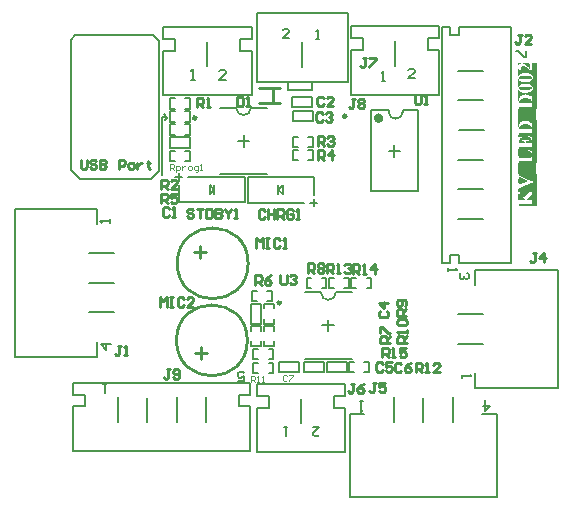
<source format=gto>
G04*
G04 #@! TF.GenerationSoftware,Altium Limited,Altium Designer,21.0.8 (223)*
G04*
G04 Layer_Color=65535*
%FSLAX25Y25*%
%MOIN*%
G70*
G04*
G04 #@! TF.SameCoordinates,8682EA25-DCF7-411F-8805-334446643B85*
G04*
G04*
G04 #@! TF.FilePolarity,Positive*
G04*
G01*
G75*
%ADD10C,0.00787*%
%ADD11C,0.01181*%
%ADD12C,0.01575*%
%ADD13C,0.00591*%
%ADD14C,0.01000*%
%ADD15C,0.00700*%
%ADD16C,0.00800*%
%ADD17C,0.00500*%
%ADD18C,0.00394*%
G36*
X154665Y132342D02*
X153305Y132603D01*
D01*
Y132480D01*
X153390Y132434D01*
X153459Y132396D01*
X153513Y132365D01*
X153559Y132334D01*
X153590Y132311D01*
X153613Y132296D01*
X153620Y132281D01*
X153628D01*
X153674Y132219D01*
X153705Y132165D01*
X153720Y132119D01*
X153728Y132104D01*
Y132096D01*
X153735Y132042D01*
X153743Y131973D01*
X153751Y131896D01*
Y131812D01*
X153759Y131735D01*
Y130591D01*
X153551Y130806D01*
X153351Y130998D01*
X153167Y131175D01*
X152998Y131328D01*
X152837Y131474D01*
X152691Y131597D01*
X152553Y131704D01*
X152438Y131804D01*
X152330Y131881D01*
X152230Y131950D01*
X152153Y132012D01*
X152084Y132050D01*
X152038Y132088D01*
X152000Y132112D01*
X151977Y132119D01*
X151969Y132127D01*
X151793Y132211D01*
X151623Y132281D01*
X151462Y132326D01*
X151324Y132357D01*
X151201Y132373D01*
X151155Y132380D01*
X151109Y132388D01*
X151078D01*
X151055D01*
X151040D01*
X151032D01*
X150932Y132380D01*
X150840Y132365D01*
X150748Y132334D01*
X150671Y132304D01*
X150594Y132273D01*
X150541Y132242D01*
X150510Y132227D01*
X150495Y132219D01*
X150387Y132150D01*
X150303Y132073D01*
X150218Y131996D01*
X150157Y131920D01*
X150103Y131858D01*
X150065Y131797D01*
X150041Y131766D01*
X150034Y131751D01*
X149980Y131643D01*
X149934Y131528D01*
X149903Y131420D01*
X149888Y131321D01*
X149873Y131236D01*
X149865Y131167D01*
Y132603D01*
D01*
D01*
X154665D01*
D01*
Y132342D01*
D02*
G37*
G36*
X156201Y84941D02*
X154665D01*
D01*
Y90355D01*
Y90378D01*
X154542D01*
X154534Y90302D01*
X154526Y90232D01*
X154511Y90163D01*
X154488Y90102D01*
X154465Y90056D01*
X154450Y90017D01*
X154442Y89994D01*
X154434Y89987D01*
X154365Y89887D01*
X154273Y89787D01*
X154181Y89687D01*
X154081Y89595D01*
X153989Y89511D01*
X153912Y89449D01*
X153881Y89418D01*
X153858Y89403D01*
X153851Y89395D01*
X153843Y89388D01*
X151769Y87736D01*
X150656Y89111D01*
X150579Y89203D01*
X150518Y89288D01*
X150456Y89357D01*
X150402Y89426D01*
X150318Y89541D01*
X150257Y89626D01*
X150218Y89687D01*
X150187Y89726D01*
X150172Y89749D01*
Y89756D01*
X150149Y89818D01*
X150126Y89879D01*
X150103Y90010D01*
X150087Y90064D01*
Y90110D01*
X150080Y90140D01*
Y90148D01*
X149957D01*
Y88313D01*
X150080D01*
X150087Y88420D01*
X150095Y88504D01*
X150103Y88566D01*
X150110Y88620D01*
X150118Y88658D01*
X150126Y88681D01*
X150134Y88696D01*
X150164Y88743D01*
X150195Y88781D01*
X150233Y88804D01*
X150264Y88827D01*
X150295Y88835D01*
X150318Y88842D01*
X150333D01*
X150341D01*
X150379D01*
X150418Y88827D01*
X150495Y88789D01*
X150571Y88727D01*
X150648Y88666D01*
X150717Y88597D01*
X150771Y88535D01*
X150809Y88497D01*
X150825Y88489D01*
Y88481D01*
X152230Y86730D01*
X150763D01*
X150640D01*
X150541Y86738D01*
X150464Y86746D01*
X150402Y86753D01*
X150364D01*
X150333Y86761D01*
X150326Y86769D01*
X150318D01*
X150241Y86815D01*
X150195Y86861D01*
X150164Y86899D01*
X150157Y86915D01*
X150134Y86968D01*
X150110Y87022D01*
X150087Y87145D01*
X150080Y87191D01*
Y87276D01*
X149957D01*
Y84941D01*
X149865D01*
Y122535D01*
D01*
Y124048D01*
X149880Y123902D01*
X149911Y123763D01*
X149957Y123633D01*
X150003Y123518D01*
X150057Y123425D01*
X150103Y123349D01*
X150134Y123302D01*
X150149Y123295D01*
Y123287D01*
X150264Y123164D01*
X150395Y123049D01*
X150533Y122957D01*
X150663Y122880D01*
X150779Y122826D01*
X150832Y122803D01*
X150879Y122780D01*
X150909Y122765D01*
X150940Y122757D01*
X150955Y122750D01*
X150963D01*
X151209Y122680D01*
X151454Y122627D01*
X151693Y122588D01*
X151908Y122565D01*
X152007Y122550D01*
X152100D01*
X152176Y122542D01*
X152246Y122535D01*
X154765D01*
Y125576D01*
D01*
Y124048D01*
X154757Y124155D01*
X154742Y124263D01*
X154719Y124355D01*
X154695Y124439D01*
X154673Y124508D01*
X154649Y124554D01*
X154634Y124593D01*
X154626Y124601D01*
X154573Y124693D01*
X154511Y124777D01*
X154450Y124854D01*
X154388Y124923D01*
X154334Y124977D01*
X154288Y125015D01*
X154258Y125046D01*
X154250Y125054D01*
X154158Y125123D01*
X154050Y125192D01*
X153951Y125246D01*
X153851Y125292D01*
X153766Y125330D01*
X153697Y125353D01*
X153651Y125368D01*
X153643Y125376D01*
X153636D01*
X153405Y125445D01*
X153167Y125491D01*
X152945Y125530D01*
X152745Y125553D01*
X152653Y125560D01*
X152568Y125568D01*
X152499D01*
X152438Y125576D01*
X152315D01*
X152031Y125568D01*
X151769Y125537D01*
X151531Y125499D01*
X151424Y125476D01*
X151316Y125461D01*
X151232Y125438D01*
X151147Y125415D01*
X151078Y125391D01*
X151017Y125376D01*
X150963Y125361D01*
X150932Y125345D01*
X150909Y125338D01*
X150902D01*
X150733Y125269D01*
X150579Y125184D01*
X150456Y125100D01*
X150349Y125015D01*
X150264Y124938D01*
X150203Y124877D01*
X150164Y124831D01*
X150149Y124823D01*
Y124815D01*
X150057Y124685D01*
X149988Y124547D01*
X149934Y124416D01*
X149903Y124301D01*
X149880Y124201D01*
X149873Y124117D01*
X149865Y124086D01*
Y125576D01*
D01*
Y126090D01*
X150196D01*
X149865D01*
Y127603D01*
X149880Y127457D01*
X149911Y127319D01*
X149957Y127189D01*
X150003Y127073D01*
X150057Y126981D01*
X150103Y126904D01*
X150134Y126858D01*
X150149Y126851D01*
Y126843D01*
X150264Y126720D01*
X150395Y126605D01*
X150533Y126513D01*
X150663Y126436D01*
X150779Y126382D01*
X150832Y126359D01*
X150879Y126336D01*
X150909Y126321D01*
X150940Y126313D01*
X150955Y126305D01*
X150963D01*
X151209Y126236D01*
X151454Y126182D01*
X151693Y126144D01*
X151908Y126121D01*
X152007Y126106D01*
X152100D01*
X152176Y126098D01*
X152246Y126090D01*
X154765D01*
Y129132D01*
D01*
Y127603D01*
X154757Y127711D01*
X154742Y127818D01*
X154719Y127910D01*
X154695Y127995D01*
X154673Y128064D01*
X154649Y128110D01*
X154634Y128149D01*
X154626Y128156D01*
X154573Y128249D01*
X154511Y128333D01*
X154450Y128410D01*
X154388Y128479D01*
X154334Y128533D01*
X154288Y128571D01*
X154258Y128602D01*
X154250Y128609D01*
X154158Y128679D01*
X154050Y128748D01*
X153951Y128801D01*
X153851Y128848D01*
X153766Y128886D01*
X153697Y128909D01*
X153651Y128924D01*
X153643Y128932D01*
X153636D01*
X153405Y129001D01*
X153167Y129047D01*
X152945Y129086D01*
X152745Y129109D01*
X152653Y129116D01*
X152568Y129124D01*
X152499D01*
X152438Y129132D01*
X152315D01*
X152031Y129124D01*
X151769Y129093D01*
X151531Y129055D01*
X151424Y129032D01*
X151316Y129016D01*
X151232Y128993D01*
X151147Y128970D01*
X151078Y128947D01*
X151017Y128932D01*
X150963Y128917D01*
X150932Y128901D01*
X150909Y128894D01*
X150902D01*
X150733Y128824D01*
X150579Y128740D01*
X150456Y128656D01*
X150349Y128571D01*
X150264Y128494D01*
X150203Y128433D01*
X150164Y128387D01*
X150149Y128379D01*
Y128371D01*
X150057Y128241D01*
X149988Y128103D01*
X149934Y127972D01*
X149903Y127857D01*
X149880Y127757D01*
X149873Y127673D01*
X149865Y127642D01*
Y129132D01*
D01*
Y129569D01*
X151183D01*
X149865D01*
Y131105D01*
X149880Y130921D01*
X149919Y130752D01*
X149965Y130599D01*
X150026Y130468D01*
X150087Y130360D01*
X150134Y130284D01*
X150157Y130253D01*
X150172Y130230D01*
X150180Y130222D01*
X150187Y130215D01*
X150249Y130145D01*
X150326Y130084D01*
X150479Y129969D01*
X150640Y129869D01*
X150802Y129792D01*
X150948Y129731D01*
X151009Y129700D01*
X151063Y129685D01*
X151109Y129669D01*
X151140Y129654D01*
X151163Y129646D01*
X151170D01*
X151216Y129777D01*
X151124Y129838D01*
X151040Y129900D01*
X150971Y129961D01*
X150902Y130030D01*
X150856Y130099D01*
X150809Y130168D01*
X150771Y130238D01*
X150748Y130307D01*
X150710Y130422D01*
X150694Y130476D01*
X150687Y130522D01*
X150679Y130552D01*
Y130606D01*
X150687Y130721D01*
X150717Y130829D01*
X150756Y130929D01*
X150802Y131006D01*
X150848Y131075D01*
X150886Y131121D01*
X150917Y131151D01*
X150925Y131159D01*
X151017Y131236D01*
X151117Y131290D01*
X151224Y131336D01*
X151316Y131359D01*
X151401Y131374D01*
X151470Y131390D01*
X151516D01*
X151524D01*
X151531D01*
X151716Y131382D01*
X151900Y131351D01*
X152077Y131305D01*
X152230Y131259D01*
X152361Y131205D01*
X152415Y131182D01*
X152461Y131167D01*
X152499Y131144D01*
X152530Y131136D01*
X152545Y131121D01*
X152553D01*
X152660Y131059D01*
X152791Y130975D01*
X152937Y130875D01*
X153090Y130768D01*
X153259Y130645D01*
X153428Y130514D01*
X153766Y130245D01*
X153935Y130115D01*
X154089Y129992D01*
X154227Y129877D01*
X154350Y129777D01*
X154450Y129692D01*
X154526Y129623D01*
X154557Y129600D01*
X154580Y129585D01*
X154588Y129577D01*
X154596Y129569D01*
X154665D01*
Y132603D01*
X156201D01*
Y84941D01*
D02*
G37*
G36*
X153805Y128049D02*
X153951Y128033D01*
X154073Y128010D01*
X154173Y127987D01*
X154258Y127957D01*
X154319Y127926D01*
X154365Y127903D01*
X154396Y127887D01*
X154404Y127880D01*
X154442Y127841D01*
X154465Y127803D01*
X154496Y127719D01*
X154504Y127680D01*
X154511Y127649D01*
Y127619D01*
X154496Y127511D01*
X154473Y127427D01*
X154457Y127396D01*
X154450Y127373D01*
X154434Y127365D01*
Y127358D01*
X154396Y127319D01*
X154350Y127296D01*
X154235Y127250D01*
X154189Y127235D01*
X154143Y127219D01*
X154112Y127212D01*
X154104D01*
X154035Y127196D01*
X153951Y127189D01*
X153851Y127181D01*
X153751Y127173D01*
X153528Y127158D01*
X153305Y127150D01*
X153198D01*
X153090D01*
X152998Y127143D01*
X152921D01*
X152852D01*
X152806D01*
X152768D01*
X152760D01*
X152591D01*
X152430D01*
X152284D01*
X152138D01*
X152007D01*
X151877D01*
X151654Y127150D01*
X151447D01*
X151278Y127158D01*
X151124D01*
X151001Y127166D01*
X150894D01*
X150809D01*
X150748Y127173D01*
X150694D01*
X150656Y127181D01*
X150633D01*
X150617D01*
X150510Y127204D01*
X150418Y127227D01*
X150349Y127258D01*
X150287Y127288D01*
X150241Y127312D01*
X150210Y127334D01*
X150195Y127350D01*
X150187Y127358D01*
X150157Y127396D01*
X150141Y127434D01*
X150110Y127511D01*
Y127542D01*
X150103Y127573D01*
Y127596D01*
X150110Y127665D01*
X150118Y127726D01*
X150141Y127772D01*
X150157Y127811D01*
X150180Y127841D01*
X150203Y127865D01*
X150210Y127880D01*
X150218D01*
X150295Y127926D01*
X150395Y127964D01*
X150502Y127987D01*
X150610Y128010D01*
X150710Y128033D01*
X150794Y128041D01*
X150825D01*
X150848Y128049D01*
X150863D01*
X150871D01*
X150925D01*
X150994Y128057D01*
X151078D01*
X151186D01*
X151293D01*
X151416Y128064D01*
X151670D01*
X151793D01*
X151908D01*
X152015D01*
X152115D01*
X152192D01*
X152253D01*
X152292D01*
X152307D01*
X153805Y128049D01*
D02*
G37*
G36*
X154765Y126090D02*
X152376D01*
X152584Y126098D01*
X152783Y126113D01*
X152968Y126137D01*
X153137Y126167D01*
X153206Y126175D01*
X153275Y126190D01*
X153336Y126206D01*
X153382Y126213D01*
X153421Y126221D01*
X153451Y126229D01*
X153467Y126236D01*
X153474D01*
X153613Y126282D01*
X153735Y126329D01*
X153843Y126374D01*
X153935Y126413D01*
X154004Y126451D01*
X154050Y126482D01*
X154089Y126497D01*
X154096Y126505D01*
X154212Y126582D01*
X154312Y126666D01*
X154396Y126751D01*
X154465Y126828D01*
X154519Y126889D01*
X154565Y126943D01*
X154588Y126974D01*
X154596Y126989D01*
X154649Y127096D01*
X154695Y127204D01*
X154726Y127304D01*
X154742Y127404D01*
X154757Y127480D01*
X154765Y127550D01*
Y126090D01*
D02*
G37*
G36*
X153805Y124493D02*
X153951Y124478D01*
X154073Y124454D01*
X154173Y124432D01*
X154258Y124401D01*
X154319Y124370D01*
X154365Y124347D01*
X154396Y124332D01*
X154404Y124324D01*
X154442Y124286D01*
X154465Y124247D01*
X154496Y124163D01*
X154504Y124124D01*
X154511Y124094D01*
Y124063D01*
X154496Y123955D01*
X154473Y123871D01*
X154457Y123840D01*
X154450Y123817D01*
X154434Y123809D01*
Y123802D01*
X154396Y123763D01*
X154350Y123740D01*
X154235Y123694D01*
X154189Y123679D01*
X154143Y123663D01*
X154112Y123656D01*
X154104D01*
X154035Y123641D01*
X153951Y123633D01*
X153851Y123625D01*
X153751Y123617D01*
X153528Y123602D01*
X153305Y123594D01*
X153198D01*
X153090D01*
X152998Y123587D01*
X152921D01*
X152852D01*
X152806D01*
X152768D01*
X152760D01*
X152591D01*
X152430D01*
X152284D01*
X152138D01*
X152007D01*
X151877D01*
X151654Y123594D01*
X151447D01*
X151278Y123602D01*
X151124D01*
X151001Y123610D01*
X150894D01*
X150809D01*
X150748Y123617D01*
X150694D01*
X150656Y123625D01*
X150633D01*
X150617D01*
X150510Y123648D01*
X150418Y123671D01*
X150349Y123702D01*
X150287Y123733D01*
X150241Y123756D01*
X150210Y123779D01*
X150195Y123794D01*
X150187Y123802D01*
X150157Y123840D01*
X150141Y123879D01*
X150110Y123955D01*
Y123986D01*
X150103Y124017D01*
Y124040D01*
X150110Y124109D01*
X150118Y124170D01*
X150141Y124216D01*
X150157Y124255D01*
X150180Y124286D01*
X150203Y124309D01*
X150210Y124324D01*
X150218D01*
X150295Y124370D01*
X150395Y124408D01*
X150502Y124432D01*
X150610Y124454D01*
X150710Y124478D01*
X150794Y124485D01*
X150825D01*
X150848Y124493D01*
X150863D01*
X150871D01*
X150925D01*
X150994Y124501D01*
X151078D01*
X151186D01*
X151293D01*
X151416Y124508D01*
X151670D01*
X151793D01*
X151908D01*
X152015D01*
X152115D01*
X152192D01*
X152253D01*
X152292D01*
X152307D01*
X153805Y124493D01*
D02*
G37*
G36*
X154765Y122535D02*
X152376D01*
X152584Y122542D01*
X152783Y122558D01*
X152968Y122581D01*
X153137Y122611D01*
X153206Y122619D01*
X153275Y122634D01*
X153336Y122650D01*
X153382Y122657D01*
X153421Y122665D01*
X153451Y122673D01*
X153467Y122680D01*
X153474D01*
X153613Y122727D01*
X153735Y122773D01*
X153843Y122819D01*
X153935Y122857D01*
X154004Y122896D01*
X154050Y122926D01*
X154089Y122942D01*
X154096Y122949D01*
X154212Y123026D01*
X154312Y123110D01*
X154396Y123195D01*
X154465Y123272D01*
X154519Y123333D01*
X154565Y123387D01*
X154588Y123418D01*
X154596Y123433D01*
X154649Y123541D01*
X154695Y123648D01*
X154726Y123748D01*
X154742Y123848D01*
X154757Y123925D01*
X154765Y123994D01*
Y122535D01*
D02*
G37*
G36*
X154396Y88297D02*
X154434Y88274D01*
X154465Y88243D01*
X154473Y88236D01*
X154488Y88205D01*
X154504Y88159D01*
X154526Y88059D01*
X154534Y88013D01*
X154542Y87975D01*
Y87936D01*
X154665D01*
Y87306D01*
X154542D01*
Y87214D01*
X154534Y87137D01*
X154519Y87076D01*
X154511Y87022D01*
X154496Y86984D01*
X154488Y86953D01*
X154481Y86938D01*
Y86930D01*
X154427Y86853D01*
X154381Y86807D01*
X154342Y86777D01*
X154327Y86769D01*
X154281Y86753D01*
X154212Y86746D01*
X154135Y86738D01*
X154058D01*
X153981Y86730D01*
X153920D01*
X153874D01*
X153866D01*
X153858D01*
X152576D01*
X152438Y86907D01*
X153789Y87982D01*
X153928Y88090D01*
X154050Y88166D01*
X154143Y88228D01*
X154219Y88266D01*
X154273Y88289D01*
X154312Y88297D01*
X154334Y88305D01*
X154342D01*
X154396Y88297D01*
D02*
G37*
G36*
X154081Y85594D02*
X154158Y85586D01*
X154219D01*
X154258Y85578D01*
X154288Y85571D01*
X154296Y85563D01*
X154304D01*
X154381Y85525D01*
X154434Y85479D01*
X154465Y85440D01*
X154473Y85432D01*
Y85425D01*
X154496Y85379D01*
X154511Y85325D01*
X154534Y85217D01*
Y85164D01*
X154542Y85133D01*
Y84941D01*
X150080D01*
Y85164D01*
X150087Y85225D01*
X150103Y85279D01*
X150110Y85325D01*
X150126Y85363D01*
X150141Y85386D01*
X150149Y85402D01*
Y85409D01*
X150203Y85479D01*
X150257Y85532D01*
X150295Y85555D01*
X150303Y85563D01*
X150310D01*
X150356Y85578D01*
X150418Y85586D01*
X150495Y85594D01*
X150571D01*
X150640Y85601D01*
X150702D01*
X150748D01*
X150756D01*
X150763D01*
X153858D01*
X153981D01*
X154081Y85594D01*
D02*
G37*
%LPC*%
G36*
X154665Y121982D02*
D01*
Y119509D01*
X154657Y119639D01*
X154649Y119754D01*
X154642Y119847D01*
Y119916D01*
X154634Y119969D01*
X154626Y120000D01*
Y120008D01*
X154588Y120185D01*
X154550Y120338D01*
X154504Y120476D01*
X154465Y120599D01*
X154427Y120691D01*
X154396Y120761D01*
X154381Y120807D01*
X154373Y120822D01*
X154304Y120945D01*
X154235Y121052D01*
X154158Y121152D01*
X154089Y121237D01*
X154027Y121306D01*
X153981Y121360D01*
X153951Y121398D01*
X153935Y121406D01*
X153828Y121498D01*
X153712Y121574D01*
X153597Y121651D01*
X153482Y121705D01*
X153390Y121759D01*
X153313Y121790D01*
X153282Y121805D01*
X153259Y121813D01*
X153252Y121820D01*
X153244D01*
X153083Y121874D01*
X152921Y121913D01*
X152768Y121943D01*
X152630Y121958D01*
X152507Y121974D01*
X152453D01*
X152415Y121982D01*
X154665D01*
X152199D01*
X152069Y121966D01*
X151823Y121928D01*
X151608Y121874D01*
X151508Y121851D01*
X151416Y121820D01*
X151332Y121790D01*
X151255Y121759D01*
X151193Y121728D01*
X151140Y121705D01*
X151094Y121682D01*
X151063Y121667D01*
X151048Y121659D01*
X151040Y121651D01*
X150840Y121521D01*
X150663Y121367D01*
X150518Y121206D01*
X150402Y121052D01*
X150310Y120914D01*
X150272Y120853D01*
X150241Y120807D01*
X150218Y120761D01*
X150203Y120730D01*
X150187Y120707D01*
Y120699D01*
X150110Y120492D01*
X150057Y120269D01*
X150011Y120046D01*
X149988Y119831D01*
X149972Y119731D01*
Y119639D01*
X149965Y119555D01*
X149957Y119486D01*
Y117243D01*
X152311D01*
X150080D01*
Y117466D01*
X150087Y117527D01*
X150103Y117581D01*
X150110Y117619D01*
X150126Y117658D01*
X150141Y117681D01*
X150149Y117696D01*
Y117704D01*
X150172Y117750D01*
X150203Y117781D01*
X150257Y117834D01*
X150295Y117857D01*
X150303Y117865D01*
X150310D01*
X150356Y117880D01*
X150418Y117888D01*
X150495Y117896D01*
X150571D01*
X150640Y117903D01*
X150702D01*
X150748D01*
X150756D01*
X150763D01*
X153858D01*
X153981D01*
X154081Y117896D01*
X154158Y117888D01*
X154219D01*
X154258Y117880D01*
X154288Y117873D01*
X154296Y117865D01*
X154304D01*
X154381Y117819D01*
X154434Y117765D01*
X154465Y117719D01*
X154481Y117711D01*
Y117704D01*
X154504Y117658D01*
X154519Y117612D01*
X154534Y117512D01*
X154542Y117466D01*
Y117243D01*
X154665D01*
Y121982D01*
D02*
G37*
G36*
X156201Y117220D02*
X154665D01*
X155755D01*
Y113526D01*
X156201D01*
Y117220D01*
D02*
G37*
G36*
X154665Y113295D02*
D01*
Y110823D01*
X154657Y110953D01*
X154649Y111068D01*
X154642Y111161D01*
Y111230D01*
X154634Y111283D01*
X154626Y111314D01*
Y111322D01*
X154588Y111498D01*
X154550Y111652D01*
X154504Y111790D01*
X154465Y111913D01*
X154427Y112005D01*
X154396Y112074D01*
X154381Y112120D01*
X154373Y112136D01*
X154304Y112259D01*
X154235Y112366D01*
X154158Y112466D01*
X154089Y112550D01*
X154027Y112620D01*
X153981Y112673D01*
X153951Y112712D01*
X153935Y112720D01*
X153828Y112812D01*
X153712Y112889D01*
X153597Y112965D01*
X153482Y113019D01*
X153390Y113073D01*
X153313Y113103D01*
X153282Y113119D01*
X153259Y113127D01*
X153252Y113134D01*
X153244D01*
X153083Y113188D01*
X152921Y113226D01*
X152768Y113257D01*
X152630Y113273D01*
X152507Y113288D01*
X152453D01*
X152415Y113295D01*
X154665D01*
X152199D01*
X152069Y113280D01*
X151823Y113242D01*
X151608Y113188D01*
X151508Y113165D01*
X151416Y113134D01*
X151332Y113103D01*
X151255Y113073D01*
X151193Y113042D01*
X151140Y113019D01*
X151094Y112996D01*
X151063Y112981D01*
X151048Y112973D01*
X151040Y112965D01*
X150840Y112835D01*
X150663Y112681D01*
X150518Y112520D01*
X150402Y112366D01*
X150310Y112228D01*
X150272Y112167D01*
X150241Y112120D01*
X150218Y112074D01*
X150203Y112044D01*
X150187Y112021D01*
Y112013D01*
X150110Y111806D01*
X150057Y111583D01*
X150011Y111360D01*
X149988Y111145D01*
X149972Y111045D01*
Y110953D01*
X149965Y110869D01*
X149957Y110800D01*
Y108557D01*
X152311D01*
X150080D01*
Y108780D01*
X150087Y108841D01*
X150103Y108895D01*
X150110Y108933D01*
X150126Y108972D01*
X150141Y108995D01*
X150149Y109010D01*
Y109018D01*
X150172Y109064D01*
X150203Y109095D01*
X150257Y109148D01*
X150295Y109171D01*
X150303Y109179D01*
X150310D01*
X150356Y109194D01*
X150418Y109202D01*
X150495Y109210D01*
X150571D01*
X150640Y109217D01*
X150702D01*
X150748D01*
X150756D01*
X150763D01*
X153858D01*
X153981D01*
X154081Y109210D01*
X154158Y109202D01*
X154219D01*
X154258Y109194D01*
X154288Y109187D01*
X154296Y109179D01*
X154304D01*
X154381Y109133D01*
X154434Y109079D01*
X154465Y109033D01*
X154481Y109025D01*
Y109018D01*
X154504Y108972D01*
X154519Y108926D01*
X154534Y108826D01*
X154542Y108780D01*
Y108557D01*
X154665D01*
Y113295D01*
D02*
G37*
G36*
Y108142D02*
D01*
Y107927D01*
X153175Y108142D01*
Y108012D01*
X153390Y107935D01*
X153582Y107850D01*
X153743Y107750D01*
X153874Y107658D01*
X153974Y107574D01*
X154043Y107505D01*
X154089Y107451D01*
X154096Y107443D01*
X154104Y107436D01*
X154204Y107282D01*
X154281Y107105D01*
X154327Y106929D01*
X154365Y106760D01*
X154388Y106614D01*
X154396Y106553D01*
Y106491D01*
X154404Y106445D01*
Y106030D01*
X154396Y105969D01*
X154388Y105923D01*
X154373Y105877D01*
X154365Y105846D01*
X154358Y105823D01*
X154350Y105815D01*
Y105807D01*
X154304Y105746D01*
X154258Y105715D01*
X154227Y105692D01*
X154212Y105685D01*
X154166Y105677D01*
X154096Y105669D01*
X154020Y105662D01*
X153935D01*
X153858Y105654D01*
X153797D01*
X153751D01*
X153743D01*
X153735D01*
X152407D01*
Y105777D01*
X152422Y105877D01*
X152438Y105969D01*
X152453Y106038D01*
X152468Y106092D01*
X152484Y106138D01*
X152491Y106161D01*
X152499Y106168D01*
X152537Y106230D01*
X152591Y106291D01*
X152645Y106345D01*
X152706Y106391D01*
X152760Y106422D01*
X152799Y106453D01*
X152829Y106468D01*
X152845Y106476D01*
X152945Y106522D01*
X153052Y106560D01*
X153159Y106599D01*
X153267Y106622D01*
X153359Y106637D01*
X153428Y106652D01*
X153459D01*
X153482Y106660D01*
X153490D01*
X153497D01*
Y106791D01*
X151032D01*
Y106660D01*
X151224Y106629D01*
X151393Y106591D01*
X151539Y106545D01*
X151654Y106506D01*
X151746Y106460D01*
X151815Y106422D01*
X151854Y106399D01*
X151869Y106391D01*
X151961Y106307D01*
X152031Y106207D01*
X152077Y106099D01*
X152107Y105992D01*
X152130Y105900D01*
X152138Y105823D01*
X152146Y105792D01*
Y105654D01*
X150226D01*
Y106330D01*
X150233Y106483D01*
X150249Y106606D01*
X150257Y106706D01*
X150272Y106775D01*
X150287Y106829D01*
X150295Y106860D01*
Y106867D01*
X150341Y106990D01*
X150387Y107090D01*
X150441Y107182D01*
X150495Y107251D01*
X150541Y107305D01*
X150579Y107351D01*
X150610Y107374D01*
X150617Y107382D01*
X150710Y107451D01*
X150825Y107505D01*
X150948Y107559D01*
X151063Y107597D01*
X151178Y107628D01*
X151263Y107651D01*
X151301Y107666D01*
X151324D01*
X151339Y107674D01*
X151347D01*
Y107804D01*
X149957D01*
Y103865D01*
X152311D01*
X150080D01*
Y104018D01*
X150087Y104095D01*
X150095Y104172D01*
X150110Y104233D01*
X150126Y104279D01*
X150149Y104325D01*
X150164Y104356D01*
X150172Y104371D01*
X150180Y104379D01*
X150241Y104440D01*
X150303Y104479D01*
X150349Y104494D01*
X150364Y104502D01*
X150372D01*
X150410Y104510D01*
X150464Y104517D01*
X150525D01*
X150594Y104525D01*
X150656D01*
X150710D01*
X150748D01*
X150763D01*
X153858D01*
X153981D01*
X154081Y104517D01*
X154158Y104510D01*
X154219D01*
X154258Y104502D01*
X154288Y104494D01*
X154296Y104487D01*
X154304D01*
X154381Y104440D01*
X154434Y104394D01*
X154465Y104364D01*
X154473Y104356D01*
Y104348D01*
X154511Y104241D01*
X154534Y104133D01*
Y104087D01*
X154542Y104049D01*
Y103865D01*
X154665D01*
Y108142D01*
D02*
G37*
G36*
Y103473D02*
D01*
Y103296D01*
X153014Y103473D01*
D01*
Y103327D01*
X153213Y103265D01*
X153382Y103204D01*
X153528Y103143D01*
X153643Y103089D01*
X153735Y103043D01*
X153805Y103004D01*
X153843Y102981D01*
X153858Y102974D01*
X153958Y102904D01*
X154043Y102835D01*
X154112Y102759D01*
X154173Y102689D01*
X154219Y102636D01*
X154250Y102590D01*
X154265Y102551D01*
X154273Y102543D01*
X154319Y102444D01*
X154350Y102344D01*
X154373Y102244D01*
X154388Y102144D01*
X154396Y102060D01*
X154404Y101990D01*
Y101422D01*
X154396Y101330D01*
Y101253D01*
X154388Y101199D01*
X154381Y101161D01*
Y101130D01*
X154373Y101123D01*
Y101115D01*
X154350Y101077D01*
X154327Y101038D01*
X154281Y100992D01*
X154242Y100961D01*
X154235Y100954D01*
X154227D01*
X154181Y100938D01*
X154112Y100931D01*
X154035Y100923D01*
X153958D01*
X153889Y100915D01*
X153828D01*
X153782D01*
X153766D01*
X150763D01*
X150640D01*
X150548Y100923D01*
X150471D01*
X150410Y100931D01*
X150372Y100938D01*
X150341D01*
X150333Y100946D01*
X150326D01*
X150249Y100992D01*
X150195Y101038D01*
X150164Y101077D01*
X150157Y101092D01*
X150134Y101138D01*
X150110Y101199D01*
X150087Y101307D01*
X150080Y101353D01*
Y101630D01*
X149957D01*
Y99126D01*
X152311D01*
X150080D01*
Y99349D01*
X150087Y99410D01*
X150103Y99464D01*
X150110Y99502D01*
X150126Y99541D01*
X150141Y99564D01*
X150149Y99579D01*
Y99587D01*
X150172Y99633D01*
X150203Y99664D01*
X150257Y99717D01*
X150295Y99740D01*
X150303Y99748D01*
X150310D01*
X150356Y99763D01*
X150418Y99771D01*
X150495Y99779D01*
X150571D01*
X150640Y99786D01*
X150702D01*
X150748D01*
X150756D01*
X150763D01*
X153858D01*
X153981D01*
X154081Y99779D01*
X154158Y99771D01*
X154219D01*
X154258Y99763D01*
X154288Y99756D01*
X154296Y99748D01*
X154304D01*
X154381Y99702D01*
X154434Y99656D01*
X154465Y99625D01*
X154473Y99617D01*
Y99610D01*
X154511Y99502D01*
X154534Y99395D01*
Y99349D01*
X154542Y99310D01*
Y99126D01*
X154665D01*
Y103473D01*
D02*
G37*
G36*
X156201Y99057D02*
X154665D01*
X155755D01*
Y95363D01*
X156201D01*
Y99057D01*
D02*
G37*
G36*
X154772Y95355D02*
D01*
Y92844D01*
X151178Y94464D01*
X151063Y94518D01*
X150955Y94564D01*
X150863Y94610D01*
X150779Y94648D01*
X150702Y94687D01*
X150633Y94725D01*
X150579Y94756D01*
X150525Y94787D01*
X150449Y94833D01*
X150395Y94863D01*
X150364Y94886D01*
X150356Y94894D01*
X150279Y94971D01*
X150218Y95048D01*
X150164Y95125D01*
X150134Y95201D01*
X150103Y95263D01*
X150087Y95309D01*
X150080Y95347D01*
Y95355D01*
X149957D01*
Y93811D01*
X150080D01*
Y93896D01*
X150087Y93980D01*
X150095Y94049D01*
X150110Y94103D01*
X150118Y94149D01*
X150134Y94180D01*
X150141Y94203D01*
Y94211D01*
X150180Y94280D01*
X150226Y94334D01*
X150257Y94364D01*
X150264Y94372D01*
X150272D01*
X150333Y94403D01*
X150387Y94418D01*
X150433Y94426D01*
X150441D01*
X150449D01*
X150525Y94418D01*
X150594Y94410D01*
X150625Y94403D01*
X150648Y94395D01*
X150663Y94387D01*
X150671D01*
X150733Y94364D01*
X150802Y94341D01*
X150886Y94303D01*
X150971Y94272D01*
X151055Y94234D01*
X151117Y94211D01*
X151163Y94188D01*
X151170Y94180D01*
X151178D01*
X153267Y93258D01*
X150925Y92252D01*
X150794Y92199D01*
X150694Y92153D01*
X150610Y92122D01*
X150556Y92099D01*
X150510Y92076D01*
X150479Y92068D01*
X150471Y92060D01*
X150464D01*
X150402Y92045D01*
X150356Y92037D01*
X150326D01*
X150318D01*
X150249Y92053D01*
X150203Y92076D01*
X150172Y92099D01*
X150164Y92114D01*
X150134Y92168D01*
X150118Y92229D01*
X150087Y92368D01*
Y92437D01*
X150080Y92490D01*
Y92613D01*
X149957D01*
Y90355D01*
X150080D01*
X150095Y90447D01*
X150118Y90524D01*
X150149Y90593D01*
X150172Y90640D01*
X150203Y90678D01*
X150218Y90701D01*
X150233Y90716D01*
X150241Y90724D01*
X150272Y90747D01*
X150310Y90770D01*
X150356Y90801D01*
X150410Y90824D01*
X150541Y90893D01*
X150679Y90954D01*
X150809Y91016D01*
X150871Y91047D01*
X150925Y91070D01*
X150971Y91085D01*
X151001Y91100D01*
X151024Y91116D01*
X151032D01*
X154772Y92721D01*
Y90701D01*
Y95355D01*
D02*
G37*
%LPD*%
G36*
X152553Y120722D02*
X152745Y120714D01*
X152921Y120691D01*
X153083Y120661D01*
X153236Y120630D01*
X153367Y120599D01*
X153490Y120561D01*
X153605Y120522D01*
X153697Y120476D01*
X153782Y120438D01*
X153851Y120407D01*
X153912Y120377D01*
X153958Y120346D01*
X153989Y120323D01*
X154004Y120315D01*
X154012Y120307D01*
X154081Y120246D01*
X154143Y120185D01*
X154196Y120115D01*
X154235Y120039D01*
X154312Y119893D01*
X154358Y119754D01*
X154381Y119624D01*
X154388Y119570D01*
X154396Y119516D01*
X154404Y119478D01*
Y119363D01*
X154396Y119309D01*
X154388Y119263D01*
X154381Y119217D01*
X154373Y119186D01*
X154365Y119163D01*
X154358Y119155D01*
Y119148D01*
X154327Y119109D01*
X154296Y119079D01*
X154265Y119063D01*
X154258Y119055D01*
X154219Y119048D01*
X154173Y119040D01*
X154112D01*
X154050Y119033D01*
X153989D01*
X153943D01*
X153912D01*
X153897D01*
X150218D01*
X150226Y119232D01*
X150233Y119409D01*
X150249Y119547D01*
X150272Y119662D01*
X150295Y119754D01*
X150310Y119816D01*
X150318Y119847D01*
X150326Y119862D01*
X150395Y119985D01*
X150479Y120100D01*
X150571Y120200D01*
X150671Y120284D01*
X150763Y120346D01*
X150832Y120399D01*
X150863Y120415D01*
X150886Y120430D01*
X150894Y120438D01*
X150902D01*
X151009Y120492D01*
X151117Y120538D01*
X151355Y120607D01*
X151601Y120661D01*
X151831Y120691D01*
X151938Y120707D01*
X152038Y120714D01*
X152123Y120722D01*
X152199D01*
X152269Y120730D01*
X152315D01*
X152345D01*
X152353D01*
X152553Y120722D01*
D02*
G37*
G36*
Y112036D02*
X152745Y112028D01*
X152921Y112005D01*
X153083Y111975D01*
X153236Y111944D01*
X153367Y111913D01*
X153490Y111875D01*
X153605Y111836D01*
X153697Y111790D01*
X153782Y111752D01*
X153851Y111721D01*
X153912Y111690D01*
X153958Y111660D01*
X153989Y111637D01*
X154004Y111629D01*
X154012Y111621D01*
X154081Y111560D01*
X154143Y111498D01*
X154196Y111429D01*
X154235Y111353D01*
X154312Y111206D01*
X154358Y111068D01*
X154381Y110938D01*
X154388Y110884D01*
X154396Y110830D01*
X154404Y110792D01*
Y110677D01*
X154396Y110623D01*
X154388Y110577D01*
X154381Y110531D01*
X154373Y110500D01*
X154365Y110477D01*
X154358Y110469D01*
Y110462D01*
X154327Y110423D01*
X154296Y110392D01*
X154265Y110377D01*
X154258Y110369D01*
X154219Y110362D01*
X154173Y110354D01*
X154112D01*
X154050Y110346D01*
X153989D01*
X153943D01*
X153912D01*
X153897D01*
X150218D01*
X150226Y110546D01*
X150233Y110723D01*
X150249Y110861D01*
X150272Y110976D01*
X150295Y111068D01*
X150310Y111130D01*
X150318Y111161D01*
X150326Y111176D01*
X150395Y111299D01*
X150479Y111414D01*
X150571Y111514D01*
X150671Y111598D01*
X150763Y111660D01*
X150832Y111713D01*
X150863Y111729D01*
X150886Y111744D01*
X150894Y111752D01*
X150902D01*
X151009Y111806D01*
X151117Y111852D01*
X151355Y111921D01*
X151601Y111975D01*
X151831Y112005D01*
X151938Y112021D01*
X152038Y112028D01*
X152123Y112036D01*
X152199D01*
X152269Y112044D01*
X152315D01*
X152345D01*
X152353D01*
X152553Y112036D01*
D02*
G37*
D10*
X55866Y117618D02*
G03*
X60866Y117618I2500J0D01*
G01*
X84114Y56004D02*
G03*
X89114Y56004I2500J0D01*
G01*
X147441Y65847D02*
Y144587D01*
X124606Y65847D02*
Y144587D01*
X130306Y65847D02*
X147489D01*
X124654D02*
X127206D01*
Y66010D02*
Y68510D01*
X130306D01*
Y65847D02*
Y68510D01*
Y144587D02*
X147441D01*
X124606D02*
X127206D01*
Y141929D02*
Y144587D01*
Y141929D02*
X130306D01*
Y144587D01*
X31939Y115305D02*
X32972Y114272D01*
X32776Y114173D02*
Y114370D01*
X32087Y113484D02*
X32776Y114173D01*
X31201Y114370D02*
X32776D01*
X31201Y95276D02*
Y114370D01*
X94095Y136811D02*
X98032D01*
Y140748D01*
X94095D02*
X98032D01*
X94095D02*
Y144685D01*
Y121850D02*
Y136811D01*
X123622Y121850D02*
Y136811D01*
Y140748D02*
Y144685D01*
X119685Y140748D02*
X123622D01*
X119685Y136811D02*
Y140748D01*
Y136811D02*
X123622D01*
X94095Y121850D02*
X123622D01*
X94095Y144685D02*
X123622D01*
X2298Y141778D02*
X28282D01*
X723Y140203D02*
X2298Y141778D01*
X723Y96896D02*
Y140203D01*
X28282Y141778D02*
X30251Y139809D01*
Y96502D02*
Y139809D01*
X723Y96896D02*
X3873Y93746D01*
X27495D01*
X30251Y96502D01*
X56398Y106595D02*
X60335D01*
X58366Y104626D02*
Y108563D01*
X50492Y117618D02*
X55866D01*
X50492Y95571D02*
X66240D01*
X60866Y117618D02*
X66240D01*
X59744Y94390D02*
X81791D01*
X59744Y85925D02*
X78642D01*
X59744D02*
Y94390D01*
X81791Y88484D02*
Y94390D01*
X80512Y85827D02*
X82972D01*
X81791Y84744D02*
Y87205D01*
X36713Y86024D02*
X58760D01*
X39862Y94488D02*
X58760D01*
Y86024D02*
Y94488D01*
X36713Y86024D02*
Y91929D01*
X35531Y94587D02*
X37992D01*
X36713Y93209D02*
Y95669D01*
X31496Y136614D02*
X35433D01*
Y140551D01*
X31496D02*
X35433D01*
X31496D02*
Y144488D01*
Y121653D02*
Y136614D01*
X61024Y121653D02*
Y136614D01*
Y140551D02*
Y144488D01*
X57087Y140551D02*
X61024D01*
X57087Y136614D02*
Y140551D01*
Y136614D02*
X61024D01*
X31496Y121653D02*
X61024D01*
X31496Y144488D02*
X61024D01*
X62795Y25492D02*
X92323D01*
X62795Y2657D02*
X92323D01*
X88386Y17618D02*
X92323D01*
X88386D02*
Y21555D01*
X92323D01*
Y25492D01*
Y2657D02*
Y17618D01*
X62795Y2657D02*
Y17618D01*
Y21555D02*
Y25492D01*
Y21555D02*
X66732D01*
Y17618D02*
Y21555D01*
X62795Y17618D02*
X66732D01*
X89114Y56004D02*
X94488D01*
X78740Y33957D02*
X94488D01*
X78740Y56004D02*
X84114D01*
X86614Y43012D02*
Y46949D01*
X84646Y44980D02*
X88583D01*
X62795Y125984D02*
Y149213D01*
X93110D01*
Y125984D02*
Y149213D01*
X62795Y125984D02*
X93110D01*
X73032Y123406D02*
X81299D01*
X73032D02*
Y125787D01*
X81299Y123406D02*
Y125787D01*
X106693Y103248D02*
X110630D01*
X108661Y101279D02*
Y105217D01*
X1575Y25886D02*
X60630D01*
X1575Y3051D02*
X60630D01*
X1575Y3003D02*
Y18012D01*
Y21949D02*
Y25838D01*
Y21949D02*
X5512D01*
Y18012D02*
Y21949D01*
X1575Y18012D02*
X5512D01*
X60630Y2986D02*
Y18012D01*
Y21947D02*
Y25820D01*
X56693Y21947D02*
X60630D01*
X56693Y18012D02*
Y21947D01*
Y18012D02*
X60630D01*
D11*
X42421Y114173D02*
G03*
X42421Y114173I-394J0D01*
G01*
X70669Y52559D02*
G03*
X70669Y52559I-394J0D01*
G01*
X92455Y114742D02*
G03*
X92455Y114742I-394J0D01*
G01*
D12*
X104149Y114042D02*
G03*
X104149Y114042I-787J0D01*
G01*
D13*
X106732Y116240D02*
G03*
X111417Y116240I2343J0D01*
G01*
X6927Y49311D02*
X15194D01*
X6827Y59153D02*
X15094D01*
X6927Y68996D02*
X15194D01*
X-17992Y34547D02*
Y83760D01*
Y34547D02*
X9567D01*
X-17992Y83760D02*
X9567D01*
Y34547D02*
Y39469D01*
Y78839D02*
Y83760D01*
X129787Y129823D02*
X138055D01*
X129787Y119980D02*
X138055D01*
X130181Y110138D02*
X138449D01*
X129787Y100295D02*
X138055D01*
X129787Y90453D02*
X138055D01*
X129787Y80610D02*
X138055D01*
X108858Y131533D02*
Y139801D01*
X46260Y131336D02*
Y139604D01*
X135512Y63484D02*
X163071D01*
X135512Y58563D02*
Y63484D01*
Y24114D02*
Y29035D01*
Y24114D02*
X163071D01*
Y63484D01*
X129884Y38878D02*
X138152D01*
X129984Y48720D02*
X138252D01*
X128150Y12734D02*
Y21002D01*
X118307Y12634D02*
Y20902D01*
X108465Y12734D02*
Y21002D01*
X93701Y-12185D02*
X142913D01*
Y15374D01*
X93701Y-12185D02*
Y15374D01*
X137992D02*
X142913D01*
X93701D02*
X98622D01*
X77559Y12340D02*
Y20608D01*
X77953Y131065D02*
Y139333D01*
X106732Y116240D02*
Y116634D01*
X111417Y116240D02*
Y116634D01*
X100787Y89961D02*
Y116634D01*
X116535Y89961D02*
Y116634D01*
X100787Y89961D02*
X116535D01*
X100787Y116634D02*
X106732D01*
X111417D02*
X116535D01*
X45866Y12734D02*
Y21002D01*
X36024Y12734D02*
Y21002D01*
X26181Y12634D02*
Y20902D01*
X16339Y12734D02*
Y21002D01*
D14*
X59610Y40013D02*
G03*
X59610Y40013I-11811J0D01*
G01*
X59895Y65686D02*
G03*
X59895Y65686I-11811J0D01*
G01*
X63528Y119055D02*
X70528D01*
X63528Y124055D02*
X70528D01*
X68328Y119055D02*
Y124055D01*
X44098Y33898D02*
Y37898D01*
X42098Y35898D02*
X46098D01*
X43968Y67386D02*
Y71386D01*
X41969Y69386D02*
X45968D01*
X151050Y141929D02*
X150001D01*
X150525D01*
Y139305D01*
X150001Y138780D01*
X149476D01*
X148951Y139305D01*
X154199Y138780D02*
X152100D01*
X154199Y140879D01*
Y141404D01*
X153674Y141929D01*
X152624D01*
X152100Y141404D01*
X30939Y85729D02*
Y88877D01*
X32513D01*
X33038Y88353D01*
Y87303D01*
X32513Y86778D01*
X30939D01*
X31989D02*
X33038Y85729D01*
X36187Y88877D02*
X34088D01*
Y87303D01*
X35137Y87828D01*
X35662D01*
X36187Y87303D01*
Y86254D01*
X35662Y85729D01*
X34613D01*
X34088Y86254D01*
X56169Y121161D02*
Y118012D01*
X57743D01*
X58268Y118537D01*
Y120636D01*
X57743Y121161D01*
X56169D01*
X59317Y118012D02*
X60367D01*
X59842D01*
Y121161D01*
X59317Y120636D01*
X83203Y100197D02*
Y103346D01*
X84777D01*
X85302Y102821D01*
Y101772D01*
X84777Y101247D01*
X83203D01*
X84253D02*
X85302Y100197D01*
X87926D02*
Y103346D01*
X86352Y101772D01*
X88451D01*
X83104Y104922D02*
Y108070D01*
X84679D01*
X85204Y107546D01*
Y106496D01*
X84679Y105971D01*
X83104D01*
X84154D02*
X85204Y104922D01*
X86253Y107546D02*
X86778Y108070D01*
X87827D01*
X88352Y107546D01*
Y107021D01*
X87827Y106496D01*
X87303D01*
X87827D01*
X88352Y105971D01*
Y105447D01*
X87827Y104922D01*
X86778D01*
X86253Y105447D01*
X30939Y90453D02*
Y93602D01*
X32513D01*
X33038Y93077D01*
Y92028D01*
X32513Y91503D01*
X30939D01*
X31989D02*
X33038Y90453D01*
X36187D02*
X34088D01*
X36187Y92552D01*
Y93077D01*
X35662Y93602D01*
X34613D01*
X34088Y93077D01*
X42881Y117717D02*
Y120866D01*
X44456D01*
X44980Y120341D01*
Y119291D01*
X44456Y118767D01*
X42881D01*
X43931D02*
X44980Y117717D01*
X46030D02*
X47079D01*
X46555D01*
Y120866D01*
X46030Y120341D01*
X95440Y120570D02*
X94390D01*
X94915D01*
Y117947D01*
X94390Y117422D01*
X93866D01*
X93341Y117947D01*
X96489Y120046D02*
X97014Y120570D01*
X98064D01*
X98588Y120046D01*
Y119521D01*
X98064Y118996D01*
X98588Y118471D01*
Y117947D01*
X98064Y117422D01*
X97014D01*
X96489Y117947D01*
Y118471D01*
X97014Y118996D01*
X96489Y119521D01*
Y120046D01*
X97014Y118996D02*
X98064D01*
X4086Y100257D02*
Y97633D01*
X4610Y97109D01*
X5660D01*
X6185Y97633D01*
Y100257D01*
X9333Y99732D02*
X8809Y100257D01*
X7759D01*
X7234Y99732D01*
Y99208D01*
X7759Y98683D01*
X8809D01*
X9333Y98158D01*
Y97633D01*
X8809Y97109D01*
X7759D01*
X7234Y97633D01*
X10383Y100257D02*
Y97109D01*
X11957D01*
X12482Y97633D01*
Y98158D01*
X11957Y98683D01*
X10383D01*
X11957D01*
X12482Y99208D01*
Y99732D01*
X11957Y100257D01*
X10383D01*
X16680Y97109D02*
Y100257D01*
X18254D01*
X18779Y99732D01*
Y98683D01*
X18254Y98158D01*
X16680D01*
X20353Y97109D02*
X21403D01*
X21928Y97633D01*
Y98683D01*
X21403Y99208D01*
X20353D01*
X19829Y98683D01*
Y97633D01*
X20353Y97109D01*
X22977Y99208D02*
Y97109D01*
Y98158D01*
X23502Y98683D01*
X24027Y99208D01*
X24551D01*
X26651Y99732D02*
Y99208D01*
X26126D01*
X27175D01*
X26651D01*
Y97633D01*
X27175Y97109D01*
X65454Y83136D02*
X64929Y83661D01*
X63880D01*
X63355Y83136D01*
Y81037D01*
X63880Y80512D01*
X64929D01*
X65454Y81037D01*
X66504Y83661D02*
Y80512D01*
Y82087D01*
X68603D01*
Y83661D01*
Y80512D01*
X69652D02*
Y83661D01*
X71227D01*
X71751Y83136D01*
Y82087D01*
X71227Y81562D01*
X69652D01*
X70702D02*
X71751Y80512D01*
X74900Y83136D02*
X74375Y83661D01*
X73326D01*
X72801Y83136D01*
Y81037D01*
X73326Y80512D01*
X74375D01*
X74900Y81037D01*
Y82087D01*
X73851D01*
X75950Y80512D02*
X76999D01*
X76474D01*
Y83661D01*
X75950Y83136D01*
X41636Y83431D02*
X41111Y83956D01*
X40062D01*
X39537Y83431D01*
Y82907D01*
X40062Y82382D01*
X41111D01*
X41636Y81857D01*
Y81332D01*
X41111Y80808D01*
X40062D01*
X39537Y81332D01*
X42685Y83956D02*
X44785D01*
X43735D01*
Y80808D01*
X45834Y83956D02*
Y80808D01*
X47408D01*
X47933Y81332D01*
Y83431D01*
X47408Y83956D01*
X45834D01*
X48983D02*
Y80808D01*
X50557D01*
X51082Y81332D01*
Y81857D01*
X50557Y82382D01*
X48983D01*
X50557D01*
X51082Y82907D01*
Y83431D01*
X50557Y83956D01*
X48983D01*
X52131D02*
Y83431D01*
X53181Y82382D01*
X54230Y83431D01*
Y83956D01*
X53181Y82382D02*
Y80808D01*
X55280D02*
X56329D01*
X55805D01*
Y83956D01*
X55280Y83431D01*
X70604Y61909D02*
Y59285D01*
X71129Y58760D01*
X72179D01*
X72704Y59285D01*
Y61909D01*
X73753Y61384D02*
X74278Y61909D01*
X75327D01*
X75852Y61384D01*
Y60859D01*
X75327Y60335D01*
X74803D01*
X75327D01*
X75852Y59810D01*
Y59285D01*
X75327Y58760D01*
X74278D01*
X73753Y59285D01*
X115421Y121850D02*
Y119226D01*
X115945Y118701D01*
X116995D01*
X117520Y119226D01*
Y121850D01*
X118569Y118701D02*
X119619D01*
X119094D01*
Y121850D01*
X118569Y121325D01*
X104627Y34351D02*
Y37499D01*
X106202D01*
X106726Y36975D01*
Y35925D01*
X106202Y35400D01*
X104627D01*
X105677D02*
X106726Y34351D01*
X107776D02*
X108825D01*
X108301D01*
Y37499D01*
X107776Y36975D01*
X112499Y37499D02*
X110400D01*
Y35925D01*
X111449Y36450D01*
X111974D01*
X112499Y35925D01*
Y34876D01*
X111974Y34351D01*
X110924D01*
X110400Y34876D01*
X94883Y62205D02*
Y65354D01*
X96457D01*
X96982Y64829D01*
Y63779D01*
X96457Y63255D01*
X94883D01*
X95933D02*
X96982Y62205D01*
X98032D02*
X99081D01*
X98557D01*
Y65354D01*
X98032Y64829D01*
X102230Y62205D02*
Y65354D01*
X100656Y63779D01*
X102755D01*
X86222Y62402D02*
Y65551D01*
X87796D01*
X88321Y65026D01*
Y63976D01*
X87796Y63452D01*
X86222D01*
X87271D02*
X88321Y62402D01*
X89370D02*
X90420D01*
X89895D01*
Y65551D01*
X89370Y65026D01*
X91994D02*
X92519Y65551D01*
X93568D01*
X94093Y65026D01*
Y64501D01*
X93568Y63976D01*
X93044D01*
X93568D01*
X94093Y63452D01*
Y62927D01*
X93568Y62402D01*
X92519D01*
X91994Y62927D01*
X115848Y29331D02*
Y32480D01*
X117422D01*
X117947Y31955D01*
Y30906D01*
X117422Y30381D01*
X115848D01*
X116897D02*
X117947Y29331D01*
X118996D02*
X120046D01*
X119521D01*
Y32480D01*
X118996Y31955D01*
X123719Y29331D02*
X121620D01*
X123719Y31430D01*
Y31955D01*
X123194Y32480D01*
X122145D01*
X121620Y31955D01*
X112795Y39273D02*
X109646D01*
Y40847D01*
X110171Y41372D01*
X111221D01*
X111745Y40847D01*
Y39273D01*
Y40323D02*
X112795Y41372D01*
Y42421D02*
Y43471D01*
Y42946D01*
X109646D01*
X110171Y42421D01*
Y45045D02*
X109646Y45570D01*
Y46620D01*
X110171Y47144D01*
X112270D01*
X112795Y46620D01*
Y45570D01*
X112270Y45045D01*
X110171D01*
X112598Y48262D02*
X109449D01*
Y49836D01*
X109974Y50361D01*
X111024D01*
X111548Y49836D01*
Y48262D01*
Y49312D02*
X112598Y50361D01*
X112073Y51411D02*
X112598Y51935D01*
Y52985D01*
X112073Y53510D01*
X109974D01*
X109449Y52985D01*
Y51935D01*
X109974Y51411D01*
X110499D01*
X111024Y51935D01*
Y53510D01*
X79856Y62501D02*
Y65649D01*
X81431D01*
X81956Y65124D01*
Y64075D01*
X81431Y63550D01*
X79856D01*
X80906D02*
X81956Y62501D01*
X83005Y65124D02*
X83530Y65649D01*
X84579D01*
X85104Y65124D01*
Y64600D01*
X84579Y64075D01*
X85104Y63550D01*
Y63025D01*
X84579Y62501D01*
X83530D01*
X83005Y63025D01*
Y63550D01*
X83530Y64075D01*
X83005Y64600D01*
Y65124D01*
X83530Y64075D02*
X84579D01*
X107086Y39207D02*
X103937D01*
Y40781D01*
X104462Y41306D01*
X105512D01*
X106037Y40781D01*
Y39207D01*
Y40256D02*
X107086Y41306D01*
X103937Y42355D02*
Y44455D01*
X104462D01*
X106561Y42355D01*
X107086D01*
X62238Y58564D02*
Y61712D01*
X63813D01*
X64337Y61187D01*
Y60138D01*
X63813Y59613D01*
X62238D01*
X63288D02*
X64337Y58564D01*
X67486Y61712D02*
X66436Y61187D01*
X65387Y60138D01*
Y59088D01*
X65912Y58564D01*
X66961D01*
X67486Y59088D01*
Y59613D01*
X66961Y60138D01*
X65387D01*
X30612Y51182D02*
Y54330D01*
X31661Y53281D01*
X32711Y54330D01*
Y51182D01*
X33761Y54330D02*
X34810D01*
X34285D01*
Y51182D01*
X33761D01*
X34810D01*
X38484Y53805D02*
X37959Y54330D01*
X36909D01*
X36384Y53805D01*
Y51706D01*
X36909Y51182D01*
X37959D01*
X38484Y51706D01*
X41632Y51182D02*
X39533D01*
X41632Y53281D01*
Y53805D01*
X41107Y54330D01*
X40058D01*
X39533Y53805D01*
X62633Y70867D02*
Y74015D01*
X63682Y72966D01*
X64732Y74015D01*
Y70867D01*
X65781Y74015D02*
X66831D01*
X66306D01*
Y70867D01*
X65781D01*
X66831D01*
X70504Y73491D02*
X69980Y74015D01*
X68930D01*
X68405Y73491D01*
Y71391D01*
X68930Y70867D01*
X69980D01*
X70504Y71391D01*
X71554Y70867D02*
X72603D01*
X72079D01*
Y74015D01*
X71554Y73491D01*
X17520Y38188D02*
X16470D01*
X16995D01*
Y35565D01*
X16470Y35040D01*
X15945D01*
X15421Y35565D01*
X18569Y35040D02*
X19619D01*
X19094D01*
Y38188D01*
X18569Y37664D01*
X33826Y30314D02*
X32776D01*
X33301D01*
Y27691D01*
X32776Y27166D01*
X32251D01*
X31727Y27691D01*
X34875D02*
X35400Y27166D01*
X36450D01*
X36974Y27691D01*
Y29790D01*
X36450Y30314D01*
X35400D01*
X34875Y29790D01*
Y29265D01*
X35400Y28740D01*
X36974D01*
X95243Y25590D02*
X94193D01*
X94718D01*
Y22966D01*
X94193Y22442D01*
X93669D01*
X93144Y22966D01*
X98391Y25590D02*
X97342Y25065D01*
X96293Y24016D01*
Y22966D01*
X96817Y22442D01*
X97867D01*
X98391Y22966D01*
Y23491D01*
X97867Y24016D01*
X96293D01*
X102428Y25885D02*
X101379D01*
X101903D01*
Y23261D01*
X101379Y22737D01*
X100854D01*
X100329Y23261D01*
X105577Y25885D02*
X103478D01*
Y24311D01*
X104527Y24836D01*
X105052D01*
X105577Y24311D01*
Y23261D01*
X105052Y22737D01*
X104002D01*
X103478Y23261D01*
X155873Y69192D02*
X154823D01*
X155348D01*
Y66569D01*
X154823Y66044D01*
X154299D01*
X153774Y66569D01*
X158497Y66044D02*
Y69192D01*
X156922Y67618D01*
X159021D01*
X99278Y134153D02*
X98229D01*
X98754D01*
Y131529D01*
X98229Y131004D01*
X97704D01*
X97179Y131529D01*
X100328Y134153D02*
X102427D01*
Y133628D01*
X100328Y131529D01*
Y131004D01*
X110991Y32054D02*
X110466Y32578D01*
X109417D01*
X108892Y32054D01*
Y29954D01*
X109417Y29430D01*
X110466D01*
X110991Y29954D01*
X114140Y32578D02*
X113090Y32054D01*
X112040Y31004D01*
Y29954D01*
X112565Y29430D01*
X113615D01*
X114140Y29954D01*
Y30479D01*
X113615Y31004D01*
X112040D01*
X104692Y32152D02*
X104167Y32677D01*
X103118D01*
X102593Y32152D01*
Y30053D01*
X103118Y29528D01*
X104167D01*
X104692Y30053D01*
X107840Y32677D02*
X105741D01*
Y31102D01*
X106791Y31627D01*
X107316D01*
X107840Y31102D01*
Y30053D01*
X107316Y29528D01*
X106266D01*
X105741Y30053D01*
X103970Y49771D02*
X103445Y49246D01*
Y48196D01*
X103970Y47671D01*
X106069D01*
X106594Y48196D01*
Y49246D01*
X106069Y49771D01*
X106594Y52394D02*
X103445D01*
X105020Y50820D01*
Y52919D01*
X33563Y83825D02*
X33038Y84350D01*
X31989D01*
X31464Y83825D01*
Y81726D01*
X31989Y81201D01*
X33038D01*
X33563Y81726D01*
X34613Y81201D02*
X35662D01*
X35137D01*
Y84350D01*
X34613Y83825D01*
X84711Y115518D02*
X84187Y116043D01*
X83137D01*
X82612Y115518D01*
Y113419D01*
X83137Y112894D01*
X84187D01*
X84711Y113419D01*
X85761Y115518D02*
X86286Y116043D01*
X87335D01*
X87860Y115518D01*
Y114993D01*
X87335Y114469D01*
X86810D01*
X87335D01*
X87860Y113944D01*
Y113419D01*
X87335Y112894D01*
X86286D01*
X85761Y113419D01*
X85007Y120735D02*
X84482Y121259D01*
X83432D01*
X82908Y120735D01*
Y118635D01*
X83432Y118111D01*
X84482D01*
X85007Y118635D01*
X88155Y118111D02*
X86056D01*
X88155Y120210D01*
Y120735D01*
X87631Y121259D01*
X86581D01*
X86056Y120735D01*
D15*
X33894Y103213D02*
X35469D01*
X33894Y99740D02*
Y103213D01*
Y99740D02*
X35469D01*
X38941Y103213D02*
X40516D01*
Y99740D02*
Y103213D01*
X38941Y99740D02*
X40516D01*
X39755Y103213D02*
X40516D01*
X38941Y108500D02*
X40516D01*
Y111972D01*
X38941D02*
X40516D01*
X33894Y108500D02*
X35469D01*
X33894D02*
Y111972D01*
X35469D01*
X33894Y108500D02*
X34655D01*
X74839Y100134D02*
X75600D01*
X74839Y103606D02*
X76413D01*
X74839Y100134D02*
Y103606D01*
Y100134D02*
X76413D01*
X79886Y103606D02*
X81461D01*
Y100134D02*
Y103606D01*
X79886Y100134D02*
X81461D01*
X79886Y104366D02*
X81461D01*
Y107839D01*
X79886D02*
X81461D01*
X74839Y104366D02*
X76413D01*
X74839D02*
Y107839D01*
X76413D01*
X74839Y104366D02*
X75600D01*
X33894Y116402D02*
X35469D01*
X33894Y112929D02*
Y116402D01*
Y112929D02*
X35469D01*
X38941Y116402D02*
X40516D01*
Y112929D02*
Y116402D01*
X38941Y112929D02*
X40516D01*
X39755Y116402D02*
X40516D01*
X38941Y117260D02*
X40516D01*
Y120732D01*
X38941D02*
X40516D01*
X33894Y117260D02*
X35469D01*
X33894D02*
Y120732D01*
X35469D01*
X33894Y117260D02*
X34655D01*
X67511Y32543D02*
X68272D01*
X66697Y29071D02*
X68272D01*
Y32543D01*
X66697D02*
X68272D01*
X61650Y29071D02*
X63224D01*
X61650D02*
Y32543D01*
X63224D01*
X100188Y60890D02*
X100949D01*
X99374Y57417D02*
X100949D01*
Y60890D01*
X99374D02*
X100949D01*
X94327Y57417D02*
X95902D01*
X94327D02*
Y60890D01*
X95902D01*
X86847Y57417D02*
X87608D01*
X86847Y60890D02*
X88421D01*
X86847Y57417D02*
Y60890D01*
Y57417D02*
X88421D01*
X91894Y60890D02*
X93468D01*
Y57417D02*
Y60890D01*
X91894Y57417D02*
X93468D01*
X85227Y60890D02*
X85988D01*
X84413Y57417D02*
X85988D01*
Y60890D01*
X84413D02*
X85988D01*
X79366Y57417D02*
X80941D01*
X79366D02*
Y60890D01*
X80941D01*
X60862Y45606D02*
Y47181D01*
Y45606D02*
X64335D01*
Y47181D01*
X60862D02*
Y52228D01*
X64335D01*
Y47181D02*
Y52228D01*
X60862Y51467D02*
Y52228D01*
X64335Y38126D02*
Y38887D01*
X60862Y38126D02*
Y39701D01*
Y38126D02*
X64335D01*
Y39701D01*
X60862Y43173D02*
Y44748D01*
X64335D01*
Y43173D02*
Y44748D01*
X67511Y37268D02*
X68272D01*
X66697Y33795D02*
X68272D01*
Y37268D01*
X66697D02*
X68272D01*
X61650Y33795D02*
X63224D01*
X61650D02*
Y37268D01*
X63224D01*
X99400Y32937D02*
X100161D01*
X98587Y29465D02*
X100161D01*
Y32937D01*
X98587D02*
X100161D01*
X93539Y29465D02*
X95114D01*
X93539D02*
Y32937D01*
X95114D01*
X91106Y29465D02*
X92681D01*
Y32937D01*
X91106D02*
X92681D01*
X86059Y29465D02*
X91106D01*
X86059D02*
Y32937D01*
X91106D01*
X86059Y29465D02*
X86820D01*
X83626D02*
X85201D01*
Y32937D01*
X83626D02*
X85201D01*
X78579Y29465D02*
X83626D01*
X78579D02*
Y32937D01*
X83626D01*
X78579Y29465D02*
X79340D01*
X75358D02*
X76933D01*
Y32937D01*
X75358D02*
X76933D01*
X70311Y29465D02*
X75358D01*
X70311D02*
Y32937D01*
X75358D01*
X70311Y29465D02*
X71072D01*
X65193Y43987D02*
Y44748D01*
X68665Y43173D02*
Y44748D01*
X65193D02*
X68665D01*
X65193Y43173D02*
Y44748D01*
X68665Y38126D02*
Y39701D01*
X65193Y38126D02*
X68665D01*
X65193D02*
Y39701D01*
X68665Y45606D02*
Y46367D01*
X65193Y45606D02*
Y47181D01*
Y45606D02*
X68665D01*
Y47181D01*
X65193Y50654D02*
Y52228D01*
X68665D01*
Y50654D02*
Y52228D01*
X61256Y53087D02*
X62017D01*
X61256Y56559D02*
X62831D01*
X61256Y53087D02*
Y56559D01*
Y53087D02*
X62831D01*
X66303Y56559D02*
X67878D01*
Y53087D02*
Y56559D01*
X66303Y53087D02*
X67878D01*
X79689Y117654D02*
X81264D01*
Y121126D01*
X79689D02*
X81264D01*
X74642Y117654D02*
X79689D01*
X74642D02*
Y121126D01*
X79689D01*
X74642Y117654D02*
X75403D01*
X74740Y116500D02*
X76315D01*
X74740Y113028D02*
Y116500D01*
Y113028D02*
X76315D01*
Y116500D02*
X81362D01*
Y113028D02*
Y116500D01*
X76315Y113028D02*
X81362D01*
X80601Y116500D02*
X81362D01*
X33894Y107642D02*
X35469D01*
X33894Y104169D02*
Y107642D01*
Y104169D02*
X35469D01*
Y107642D02*
X40516D01*
Y104169D02*
Y107642D01*
X35469Y104169D02*
X40516D01*
X39755Y107642D02*
X40516D01*
D16*
X69980Y88657D02*
Y91658D01*
Y90158D02*
X71480Y88657D01*
Y91658D01*
X69980Y90158D02*
X71480Y91658D01*
X48524Y88756D02*
Y91756D01*
X47024D02*
X48524Y90256D01*
X47024Y88756D02*
Y91756D01*
Y88756D02*
X48524Y90256D01*
D17*
X13927Y79254D02*
Y80420D01*
Y79837D01*
X10428D01*
X11011Y79254D01*
X14227Y38703D02*
X10728D01*
X12477Y36953D01*
Y39286D01*
X152361Y136614D02*
Y134515D01*
X151836D01*
X149737Y136614D01*
X149213D01*
X126378Y64075D02*
Y63025D01*
Y63550D01*
X129526D01*
X129002Y64075D01*
X115386Y127461D02*
X113287D01*
X115386Y129560D01*
Y130085D01*
X114862Y130609D01*
X113812D01*
X113287Y130085D01*
X104429Y126575D02*
X105479D01*
X104954D01*
Y129723D01*
X104429Y129199D01*
X52529Y126772D02*
X50197D01*
X52529Y129104D01*
Y129687D01*
X51946Y130271D01*
X50780D01*
X50197Y129687D01*
X40945Y126870D02*
X42111D01*
X41528D01*
Y130369D01*
X40945Y129786D01*
X132976Y62520D02*
X133501Y61996D01*
Y60946D01*
X132976Y60421D01*
X132451D01*
X131926Y60946D01*
Y61471D01*
Y60946D01*
X131402Y60421D01*
X130877D01*
X130352Y60946D01*
Y61996D01*
X130877Y62520D01*
X131152Y28620D02*
Y27571D01*
Y28096D01*
X134301D01*
X133776Y28620D01*
X98207Y19734D02*
X97041D01*
X97624D01*
Y16235D01*
X98207Y16818D01*
X138758Y20034D02*
Y16535D01*
X140507Y18284D01*
X138174D01*
X72959Y11240D02*
X71909D01*
X72434D01*
Y8092D01*
X72959Y8616D01*
X81562Y11220D02*
X83661D01*
X81562Y9121D01*
Y8597D01*
X82087Y8072D01*
X83137D01*
X83661Y8597D01*
X73452Y140733D02*
X71353D01*
X73452Y142832D01*
Y143357D01*
X72927Y143882D01*
X71877D01*
X71353Y143357D01*
X82553Y140433D02*
X83602D01*
X83078D01*
Y143582D01*
X82553Y143057D01*
X12598Y25492D02*
X11549D01*
X12074D01*
Y22343D01*
X12598Y22868D01*
X56464Y26477D02*
X58563D01*
Y28052D01*
X57513Y27527D01*
X56989D01*
X56464Y28052D01*
Y29101D01*
X56989Y29626D01*
X58038D01*
X58563Y29101D01*
D18*
X33926Y96785D02*
Y98753D01*
X34909D01*
X35238Y98425D01*
Y97769D01*
X34909Y97441D01*
X33926D01*
X34582D02*
X35238Y96785D01*
X35893Y96129D02*
Y98097D01*
X36877D01*
X37205Y97769D01*
Y97113D01*
X36877Y96785D01*
X35893D01*
X37861Y98097D02*
Y96785D01*
Y97441D01*
X38189Y97769D01*
X38517Y98097D01*
X38845D01*
X40157Y96785D02*
X40813D01*
X41141Y97113D01*
Y97769D01*
X40813Y98097D01*
X40157D01*
X39829Y97769D01*
Y97113D01*
X40157Y96785D01*
X42453Y96129D02*
X42781D01*
X43109Y96457D01*
Y98097D01*
X42125D01*
X41797Y97769D01*
Y97113D01*
X42125Y96785D01*
X43109D01*
X43765D02*
X44421D01*
X44093D01*
Y98753D01*
X43765Y98425D01*
X60860Y26280D02*
Y28248D01*
X61844D01*
X62172Y27920D01*
Y27264D01*
X61844Y26936D01*
X60860D01*
X61516D02*
X62172Y26280D01*
X62828D02*
X63484D01*
X63156D01*
Y28248D01*
X62828Y27920D01*
X64468Y26280D02*
X65124D01*
X64796D01*
Y28248D01*
X64468Y27920D01*
X72802Y28215D02*
X72474Y28543D01*
X71818D01*
X71490Y28215D01*
Y26903D01*
X71818Y26575D01*
X72474D01*
X72802Y26903D01*
X73458Y28543D02*
X74770D01*
Y28215D01*
X73458Y26903D01*
Y26575D01*
M02*

</source>
